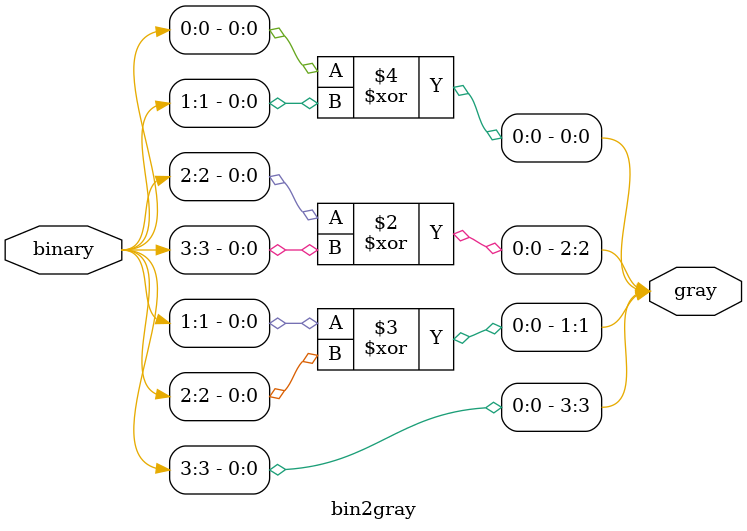
<source format=sv>
module bin2gray (
  input logic [3:0] binary,
  output logic [3:0] gray
);
  // …
always_comb begin
gray[3]=binary[3];
gray[2]=binary[2]^binary[3];
gray[1]=binary[1]^binary[2];
gray[0]=binary[0]^binary[1];




end 
endmodule
</source>
